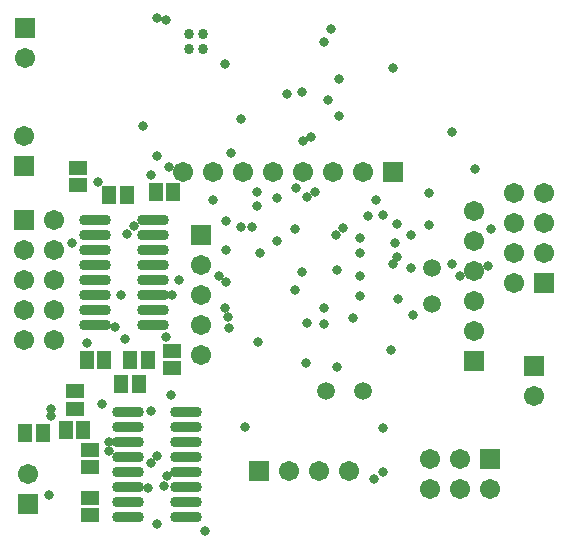
<source format=gbs>
%FSAX24Y24*%
%MOIN*%
G70*
G01*
G75*
G04 Layer_Color=16711935*
%ADD10R,0.0177X0.0118*%
%ADD11R,0.0118X0.0177*%
%ADD12O,0.0118X0.0709*%
%ADD13O,0.0709X0.0118*%
%ADD14R,0.0197X0.0925*%
%ADD15R,0.0925X0.0984*%
%ADD16R,0.0591X0.0591*%
%ADD17R,0.0551X0.0433*%
%ADD18R,0.1024X0.0945*%
%ADD19R,0.0433X0.0551*%
%ADD20R,0.0866X0.0787*%
%ADD21R,0.0236X0.0126*%
%ADD22R,0.0126X0.0236*%
%ADD23O,0.0354X0.0118*%
%ADD24O,0.0118X0.0354*%
%ADD25R,0.1024X0.1024*%
%ADD26O,0.0591X0.0236*%
%ADD27C,0.0080*%
%ADD28R,0.0591X0.0591*%
%ADD29C,0.0591*%
%ADD30C,0.0512*%
%ADD31C,0.0240*%
%ADD32C,0.0260*%
%ADD33O,0.0984X0.0276*%
%ADD34C,0.0020*%
%ADD35C,0.0236*%
%ADD36C,0.0098*%
%ADD37C,0.0079*%
%ADD38C,0.0100*%
%ADD39R,0.0257X0.0198*%
%ADD40R,0.0198X0.0257*%
%ADD41O,0.0198X0.0789*%
%ADD42O,0.0789X0.0198*%
%ADD43R,0.0277X0.1005*%
%ADD44R,0.1005X0.1064*%
%ADD45R,0.0671X0.0671*%
%ADD46R,0.0631X0.0513*%
%ADD47R,0.1104X0.1025*%
%ADD48R,0.0513X0.0631*%
%ADD49R,0.0946X0.0867*%
%ADD50R,0.0316X0.0206*%
%ADD51R,0.0206X0.0316*%
%ADD52O,0.0434X0.0198*%
%ADD53O,0.0198X0.0434*%
%ADD54R,0.1104X0.1104*%
%ADD55O,0.0671X0.0316*%
%ADD56R,0.0671X0.0671*%
%ADD57C,0.0671*%
%ADD58C,0.0592*%
%ADD59C,0.0320*%
%ADD60O,0.1064X0.0356*%
%ADD61C,0.0340*%
D45*
X033450Y043600D02*
D03*
X029000Y033650D02*
D03*
X036700Y034050D02*
D03*
D46*
X026100Y037055D02*
D03*
Y037645D02*
D03*
X022950Y043745D02*
D03*
Y043155D02*
D03*
X023350Y034345D02*
D03*
Y033755D02*
D03*
Y032155D02*
D03*
Y032745D02*
D03*
X022850Y036295D02*
D03*
Y035705D02*
D03*
D48*
X021205Y034900D02*
D03*
X021795D02*
D03*
X024005Y042850D02*
D03*
X024595D02*
D03*
X023145Y035000D02*
D03*
X022555D02*
D03*
X023255Y037350D02*
D03*
X023845D02*
D03*
X025295D02*
D03*
X024705D02*
D03*
X025555Y042950D02*
D03*
X026145D02*
D03*
X024405Y036550D02*
D03*
X024995D02*
D03*
D56*
X036150Y037300D02*
D03*
X038150Y037150D02*
D03*
X027050Y041500D02*
D03*
X021300Y032550D02*
D03*
X038500Y039900D02*
D03*
X021150Y043800D02*
D03*
Y042000D02*
D03*
X021200Y048400D02*
D03*
D57*
X036150Y038300D02*
D03*
Y039300D02*
D03*
Y040300D02*
D03*
Y041300D02*
D03*
Y042300D02*
D03*
X032450Y043600D02*
D03*
X031450D02*
D03*
X030450D02*
D03*
X029450D02*
D03*
X028450D02*
D03*
X027450D02*
D03*
X026450D02*
D03*
X038150Y036150D02*
D03*
X027050Y037500D02*
D03*
Y038500D02*
D03*
Y039500D02*
D03*
Y040500D02*
D03*
X021300Y033550D02*
D03*
X032000Y033650D02*
D03*
X031000D02*
D03*
X030000D02*
D03*
X034700Y033050D02*
D03*
Y034050D02*
D03*
X035700Y033050D02*
D03*
Y034050D02*
D03*
X036700Y033050D02*
D03*
X037500Y039900D02*
D03*
X038500Y040900D02*
D03*
X037500D02*
D03*
X038500Y041900D02*
D03*
X037500D02*
D03*
X038500Y042900D02*
D03*
X037500D02*
D03*
X021150Y044800D02*
D03*
X022150Y042000D02*
D03*
X021150Y041000D02*
D03*
X022150D02*
D03*
X021150Y040000D02*
D03*
X022150D02*
D03*
X021150Y039000D02*
D03*
X022150D02*
D03*
X021150Y038000D02*
D03*
X022150D02*
D03*
X021200Y047400D02*
D03*
D58*
X031240Y036300D02*
D03*
X032460D02*
D03*
X034750Y039190D02*
D03*
Y040410D02*
D03*
D59*
X028920Y042950D02*
D03*
Y042470D02*
D03*
X024612Y041518D02*
D03*
X024830Y041800D02*
D03*
X024190Y038420D02*
D03*
X023990Y034310D02*
D03*
X026340Y040000D02*
D03*
X022050Y035710D02*
D03*
X023990Y034600D02*
D03*
X022050Y035455D02*
D03*
X025390Y033900D02*
D03*
X025140Y045130D02*
D03*
X030440Y046270D02*
D03*
X025600Y034130D02*
D03*
X030470Y044650D02*
D03*
X033450Y040520D02*
D03*
X036740Y041690D02*
D03*
X034050Y041500D02*
D03*
X031610Y037090D02*
D03*
X030570Y037220D02*
D03*
X027970Y038780D02*
D03*
X032360Y040120D02*
D03*
X034670Y041850D02*
D03*
X029610Y041300D02*
D03*
X027450Y042670D02*
D03*
X030240Y043070D02*
D03*
X033590Y041860D02*
D03*
X033600Y040776D02*
D03*
X036630Y040480D02*
D03*
X034050Y040410D02*
D03*
X033130Y042160D02*
D03*
X032360Y041390D02*
D03*
X031586Y040350D02*
D03*
X033400Y037680D02*
D03*
X034130Y038840D02*
D03*
X025920Y033460D02*
D03*
X026113Y039500D02*
D03*
X036200Y043710D02*
D03*
X031570Y041510D02*
D03*
X030430Y040260D02*
D03*
X027888Y039920D02*
D03*
X033130Y035070D02*
D03*
X029030Y040890D02*
D03*
X027910Y041970D02*
D03*
X035420Y044920D02*
D03*
X031670Y046710D02*
D03*
X028750Y041760D02*
D03*
X035430Y040550D02*
D03*
X026007Y043753D02*
D03*
X025900Y038100D02*
D03*
X023640Y043265D02*
D03*
X032910Y042660D02*
D03*
X031390Y048353D02*
D03*
X027880Y047200D02*
D03*
X025610Y044150D02*
D03*
X027910Y040989D02*
D03*
X032620Y042120D02*
D03*
X030870Y042930D02*
D03*
X031810Y041730D02*
D03*
X034655Y042905D02*
D03*
X028960Y037920D02*
D03*
X025290Y033060D02*
D03*
X024400Y039500D02*
D03*
X025589Y031870D02*
D03*
X024538Y038020D02*
D03*
X028400Y045380D02*
D03*
X031290Y046010D02*
D03*
X028060Y044230D02*
D03*
X030210Y039670D02*
D03*
X027670Y040130D02*
D03*
X033460Y047060D02*
D03*
X030740Y044760D02*
D03*
X031670Y045455D02*
D03*
X033530Y041250D02*
D03*
X029600Y042740D02*
D03*
X030208Y041710D02*
D03*
X028400Y041760D02*
D03*
X033630Y039361D02*
D03*
X032360Y040900D02*
D03*
X035690Y040120D02*
D03*
X031180Y039080D02*
D03*
X031155Y038545D02*
D03*
X032140Y038740D02*
D03*
X032380Y039460D02*
D03*
X030602Y042780D02*
D03*
X025910Y048670D02*
D03*
X029940Y046210D02*
D03*
X025590Y048750D02*
D03*
X031180Y047940D02*
D03*
X028000Y038414D02*
D03*
X027210Y031630D02*
D03*
X027850Y039070D02*
D03*
X033130Y033590D02*
D03*
X022750Y041230D02*
D03*
X023750Y035880D02*
D03*
X026070Y036180D02*
D03*
X025830Y033120D02*
D03*
X025390Y035630D02*
D03*
Y043500D02*
D03*
X023255Y037900D02*
D03*
X032840Y033360D02*
D03*
X030602Y038580D02*
D03*
X022000Y032850D02*
D03*
X028520Y035100D02*
D03*
D60*
X024635Y032100D02*
D03*
Y032600D02*
D03*
Y033100D02*
D03*
Y033600D02*
D03*
Y034100D02*
D03*
Y034600D02*
D03*
Y035100D02*
D03*
Y035600D02*
D03*
X026565Y032100D02*
D03*
Y032600D02*
D03*
Y033100D02*
D03*
Y033600D02*
D03*
Y034100D02*
D03*
Y034600D02*
D03*
Y035100D02*
D03*
Y035600D02*
D03*
X023535Y038500D02*
D03*
Y039000D02*
D03*
Y039500D02*
D03*
Y040000D02*
D03*
Y040500D02*
D03*
Y041000D02*
D03*
Y041500D02*
D03*
Y042000D02*
D03*
X025465Y038500D02*
D03*
Y039000D02*
D03*
Y039500D02*
D03*
Y040000D02*
D03*
Y040500D02*
D03*
Y041000D02*
D03*
Y041500D02*
D03*
Y042000D02*
D03*
D61*
X026664Y048186D02*
D03*
X027136D02*
D03*
X026664Y047714D02*
D03*
X027136D02*
D03*
M02*

</source>
